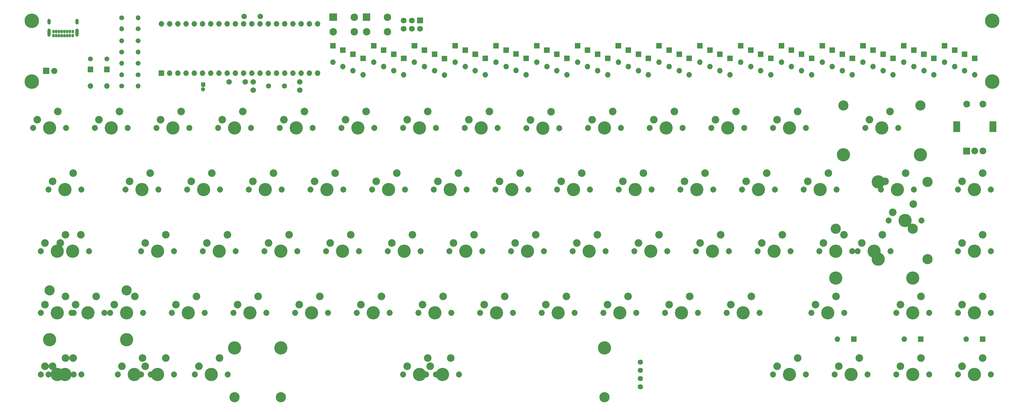
<source format=gbr>
G04 #@! TF.GenerationSoftware,KiCad,Pcbnew,(5.1.7)-1*
G04 #@! TF.CreationDate,2020-12-11T20:16:01-05:00*
G04 #@! TF.ProjectId,Ganjing keyboard,47616e6a-696e-4672-906b-6579626f6172,rev?*
G04 #@! TF.SameCoordinates,Original*
G04 #@! TF.FileFunction,Soldermask,Bot*
G04 #@! TF.FilePolarity,Negative*
%FSLAX46Y46*%
G04 Gerber Fmt 4.6, Leading zero omitted, Abs format (unit mm)*
G04 Created by KiCad (PCBNEW (5.1.7)-1) date 2020-12-11 20:16:01*
%MOMM*%
%LPD*%
G01*
G04 APERTURE LIST*
%ADD10O,0.752000X1.102000*%
%ADD11O,1.002000X2.502000*%
%ADD12O,1.002000X1.802000*%
%ADD13C,1.802000*%
%ADD14C,1.626000*%
%ADD15C,1.602000*%
%ADD16O,1.702000X1.702000*%
%ADD17C,2.302000*%
%ADD18C,2.352000*%
%ADD19C,4.089800*%
%ADD20C,1.852000*%
%ADD21C,3.150000*%
%ADD22C,4.502000*%
%ADD23C,2.102000*%
%ADD24O,1.502000X1.502000*%
%ADD25C,1.502000*%
%ADD26C,1.902000*%
%ADD27C,1.302000*%
%ADD28C,1.702000*%
%ADD29C,0.100000*%
G04 APERTURE END LIST*
D10*
X74525000Y-104850000D03*
X76225000Y-104850000D03*
X75375000Y-104850000D03*
X73675000Y-104850000D03*
X72825000Y-104850000D03*
X71975000Y-104850000D03*
X71125000Y-104850000D03*
X70275000Y-104850000D03*
X76225000Y-103525000D03*
X75370000Y-103525000D03*
X74520000Y-103525000D03*
X73670000Y-103525000D03*
X72820000Y-103525000D03*
X71970000Y-103525000D03*
X71120000Y-103525000D03*
X70270000Y-103525000D03*
D11*
X77575000Y-103870000D03*
X68925000Y-103870000D03*
D12*
X77575000Y-100490000D03*
X68925000Y-100490000D03*
G36*
G01*
X184441000Y-99280000D02*
X184441000Y-100980000D01*
G75*
G02*
X184390000Y-101031000I-51000J0D01*
G01*
X182690000Y-101031000D01*
G75*
G02*
X182639000Y-100980000I0J51000D01*
G01*
X182639000Y-99280000D01*
G75*
G02*
X182690000Y-99229000I51000J0D01*
G01*
X184390000Y-99229000D01*
G75*
G02*
X184441000Y-99280000I0J-51000D01*
G01*
G37*
D13*
X183540000Y-102670000D03*
X181000000Y-100130000D03*
X181000000Y-102670000D03*
X178460000Y-100130000D03*
X178460000Y-102670000D03*
D14*
X251581250Y-213360000D03*
X251581250Y-210820000D03*
X251581250Y-208280000D03*
X251581250Y-205740000D03*
D15*
X141640000Y-120400000D03*
X136760000Y-120400000D03*
D16*
X156600000Y-113000000D03*
G36*
G01*
X155800000Y-107069000D02*
X157400000Y-107069000D01*
G75*
G02*
X157451000Y-107120000I0J-51000D01*
G01*
X157451000Y-108720000D01*
G75*
G02*
X157400000Y-108771000I-51000J0D01*
G01*
X155800000Y-108771000D01*
G75*
G02*
X155749000Y-108720000I0J51000D01*
G01*
X155749000Y-107120000D01*
G75*
G02*
X155800000Y-107069000I51000J0D01*
G01*
G37*
X169200000Y-113000000D03*
G36*
G01*
X168400000Y-107069000D02*
X170000000Y-107069000D01*
G75*
G02*
X170051000Y-107120000I0J-51000D01*
G01*
X170051000Y-108720000D01*
G75*
G02*
X170000000Y-108771000I-51000J0D01*
G01*
X168400000Y-108771000D01*
G75*
G02*
X168349000Y-108720000I0J51000D01*
G01*
X168349000Y-107120000D01*
G75*
G02*
X168400000Y-107069000I51000J0D01*
G01*
G37*
X181800000Y-113000000D03*
G36*
G01*
X181000000Y-107069000D02*
X182600000Y-107069000D01*
G75*
G02*
X182651000Y-107120000I0J-51000D01*
G01*
X182651000Y-108720000D01*
G75*
G02*
X182600000Y-108771000I-51000J0D01*
G01*
X181000000Y-108771000D01*
G75*
G02*
X180949000Y-108720000I0J51000D01*
G01*
X180949000Y-107120000D01*
G75*
G02*
X181000000Y-107069000I51000J0D01*
G01*
G37*
X194400000Y-113000000D03*
G36*
G01*
X193600000Y-107069000D02*
X195200000Y-107069000D01*
G75*
G02*
X195251000Y-107120000I0J-51000D01*
G01*
X195251000Y-108720000D01*
G75*
G02*
X195200000Y-108771000I-51000J0D01*
G01*
X193600000Y-108771000D01*
G75*
G02*
X193549000Y-108720000I0J51000D01*
G01*
X193549000Y-107120000D01*
G75*
G02*
X193600000Y-107069000I51000J0D01*
G01*
G37*
X207000000Y-113000000D03*
G36*
G01*
X206200000Y-107069000D02*
X207800000Y-107069000D01*
G75*
G02*
X207851000Y-107120000I0J-51000D01*
G01*
X207851000Y-108720000D01*
G75*
G02*
X207800000Y-108771000I-51000J0D01*
G01*
X206200000Y-108771000D01*
G75*
G02*
X206149000Y-108720000I0J51000D01*
G01*
X206149000Y-107120000D01*
G75*
G02*
X206200000Y-107069000I51000J0D01*
G01*
G37*
X219600000Y-113000000D03*
G36*
G01*
X218800000Y-107069000D02*
X220400000Y-107069000D01*
G75*
G02*
X220451000Y-107120000I0J-51000D01*
G01*
X220451000Y-108720000D01*
G75*
G02*
X220400000Y-108771000I-51000J0D01*
G01*
X218800000Y-108771000D01*
G75*
G02*
X218749000Y-108720000I0J51000D01*
G01*
X218749000Y-107120000D01*
G75*
G02*
X218800000Y-107069000I51000J0D01*
G01*
G37*
X232200000Y-113000000D03*
G36*
G01*
X231400000Y-107069000D02*
X233000000Y-107069000D01*
G75*
G02*
X233051000Y-107120000I0J-51000D01*
G01*
X233051000Y-108720000D01*
G75*
G02*
X233000000Y-108771000I-51000J0D01*
G01*
X231400000Y-108771000D01*
G75*
G02*
X231349000Y-108720000I0J51000D01*
G01*
X231349000Y-107120000D01*
G75*
G02*
X231400000Y-107069000I51000J0D01*
G01*
G37*
X244800000Y-113000000D03*
G36*
G01*
X244000000Y-107069000D02*
X245600000Y-107069000D01*
G75*
G02*
X245651000Y-107120000I0J-51000D01*
G01*
X245651000Y-108720000D01*
G75*
G02*
X245600000Y-108771000I-51000J0D01*
G01*
X244000000Y-108771000D01*
G75*
G02*
X243949000Y-108720000I0J51000D01*
G01*
X243949000Y-107120000D01*
G75*
G02*
X244000000Y-107069000I51000J0D01*
G01*
G37*
X257400000Y-113000000D03*
G36*
G01*
X256600000Y-107069000D02*
X258200000Y-107069000D01*
G75*
G02*
X258251000Y-107120000I0J-51000D01*
G01*
X258251000Y-108720000D01*
G75*
G02*
X258200000Y-108771000I-51000J0D01*
G01*
X256600000Y-108771000D01*
G75*
G02*
X256549000Y-108720000I0J51000D01*
G01*
X256549000Y-107120000D01*
G75*
G02*
X256600000Y-107069000I51000J0D01*
G01*
G37*
X270000000Y-113000000D03*
G36*
G01*
X269200000Y-107069000D02*
X270800000Y-107069000D01*
G75*
G02*
X270851000Y-107120000I0J-51000D01*
G01*
X270851000Y-108720000D01*
G75*
G02*
X270800000Y-108771000I-51000J0D01*
G01*
X269200000Y-108771000D01*
G75*
G02*
X269149000Y-108720000I0J51000D01*
G01*
X269149000Y-107120000D01*
G75*
G02*
X269200000Y-107069000I51000J0D01*
G01*
G37*
X282600000Y-113000000D03*
G36*
G01*
X281800000Y-107069000D02*
X283400000Y-107069000D01*
G75*
G02*
X283451000Y-107120000I0J-51000D01*
G01*
X283451000Y-108720000D01*
G75*
G02*
X283400000Y-108771000I-51000J0D01*
G01*
X281800000Y-108771000D01*
G75*
G02*
X281749000Y-108720000I0J51000D01*
G01*
X281749000Y-107120000D01*
G75*
G02*
X281800000Y-107069000I51000J0D01*
G01*
G37*
X295200000Y-113050000D03*
G36*
G01*
X294400000Y-107119000D02*
X296000000Y-107119000D01*
G75*
G02*
X296051000Y-107170000I0J-51000D01*
G01*
X296051000Y-108770000D01*
G75*
G02*
X296000000Y-108821000I-51000J0D01*
G01*
X294400000Y-108821000D01*
G75*
G02*
X294349000Y-108770000I0J51000D01*
G01*
X294349000Y-107170000D01*
G75*
G02*
X294400000Y-107119000I51000J0D01*
G01*
G37*
X307800000Y-113050000D03*
G36*
G01*
X307000000Y-107119000D02*
X308600000Y-107119000D01*
G75*
G02*
X308651000Y-107170000I0J-51000D01*
G01*
X308651000Y-108770000D01*
G75*
G02*
X308600000Y-108821000I-51000J0D01*
G01*
X307000000Y-108821000D01*
G75*
G02*
X306949000Y-108770000I0J51000D01*
G01*
X306949000Y-107170000D01*
G75*
G02*
X307000000Y-107119000I51000J0D01*
G01*
G37*
X320400000Y-113050000D03*
G36*
G01*
X319600000Y-107119000D02*
X321200000Y-107119000D01*
G75*
G02*
X321251000Y-107170000I0J-51000D01*
G01*
X321251000Y-108770000D01*
G75*
G02*
X321200000Y-108821000I-51000J0D01*
G01*
X319600000Y-108821000D01*
G75*
G02*
X319549000Y-108770000I0J51000D01*
G01*
X319549000Y-107170000D01*
G75*
G02*
X319600000Y-107119000I51000J0D01*
G01*
G37*
X336100000Y-114350000D03*
G36*
G01*
X335300000Y-108419000D02*
X336900000Y-108419000D01*
G75*
G02*
X336951000Y-108470000I0J-51000D01*
G01*
X336951000Y-110070000D01*
G75*
G02*
X336900000Y-110121000I-51000J0D01*
G01*
X335300000Y-110121000D01*
G75*
G02*
X335249000Y-110070000I0J51000D01*
G01*
X335249000Y-108470000D01*
G75*
G02*
X335300000Y-108419000I51000J0D01*
G01*
G37*
X159700000Y-114350000D03*
G36*
G01*
X158900000Y-108419000D02*
X160500000Y-108419000D01*
G75*
G02*
X160551000Y-108470000I0J-51000D01*
G01*
X160551000Y-110070000D01*
G75*
G02*
X160500000Y-110121000I-51000J0D01*
G01*
X158900000Y-110121000D01*
G75*
G02*
X158849000Y-110070000I0J51000D01*
G01*
X158849000Y-108470000D01*
G75*
G02*
X158900000Y-108419000I51000J0D01*
G01*
G37*
X172300000Y-114350000D03*
G36*
G01*
X171500000Y-108419000D02*
X173100000Y-108419000D01*
G75*
G02*
X173151000Y-108470000I0J-51000D01*
G01*
X173151000Y-110070000D01*
G75*
G02*
X173100000Y-110121000I-51000J0D01*
G01*
X171500000Y-110121000D01*
G75*
G02*
X171449000Y-110070000I0J51000D01*
G01*
X171449000Y-108470000D01*
G75*
G02*
X171500000Y-108419000I51000J0D01*
G01*
G37*
X184900000Y-114350000D03*
G36*
G01*
X184100000Y-108419000D02*
X185700000Y-108419000D01*
G75*
G02*
X185751000Y-108470000I0J-51000D01*
G01*
X185751000Y-110070000D01*
G75*
G02*
X185700000Y-110121000I-51000J0D01*
G01*
X184100000Y-110121000D01*
G75*
G02*
X184049000Y-110070000I0J51000D01*
G01*
X184049000Y-108470000D01*
G75*
G02*
X184100000Y-108419000I51000J0D01*
G01*
G37*
X197500000Y-114350000D03*
G36*
G01*
X196700000Y-108419000D02*
X198300000Y-108419000D01*
G75*
G02*
X198351000Y-108470000I0J-51000D01*
G01*
X198351000Y-110070000D01*
G75*
G02*
X198300000Y-110121000I-51000J0D01*
G01*
X196700000Y-110121000D01*
G75*
G02*
X196649000Y-110070000I0J51000D01*
G01*
X196649000Y-108470000D01*
G75*
G02*
X196700000Y-108419000I51000J0D01*
G01*
G37*
X210100000Y-114350000D03*
G36*
G01*
X209300000Y-108419000D02*
X210900000Y-108419000D01*
G75*
G02*
X210951000Y-108470000I0J-51000D01*
G01*
X210951000Y-110070000D01*
G75*
G02*
X210900000Y-110121000I-51000J0D01*
G01*
X209300000Y-110121000D01*
G75*
G02*
X209249000Y-110070000I0J51000D01*
G01*
X209249000Y-108470000D01*
G75*
G02*
X209300000Y-108419000I51000J0D01*
G01*
G37*
X222700000Y-114380000D03*
G36*
G01*
X221900000Y-108449000D02*
X223500000Y-108449000D01*
G75*
G02*
X223551000Y-108500000I0J-51000D01*
G01*
X223551000Y-110100000D01*
G75*
G02*
X223500000Y-110151000I-51000J0D01*
G01*
X221900000Y-110151000D01*
G75*
G02*
X221849000Y-110100000I0J51000D01*
G01*
X221849000Y-108500000D01*
G75*
G02*
X221900000Y-108449000I51000J0D01*
G01*
G37*
X235300000Y-114350000D03*
G36*
G01*
X234500000Y-108419000D02*
X236100000Y-108419000D01*
G75*
G02*
X236151000Y-108470000I0J-51000D01*
G01*
X236151000Y-110070000D01*
G75*
G02*
X236100000Y-110121000I-51000J0D01*
G01*
X234500000Y-110121000D01*
G75*
G02*
X234449000Y-110070000I0J51000D01*
G01*
X234449000Y-108470000D01*
G75*
G02*
X234500000Y-108419000I51000J0D01*
G01*
G37*
X247900000Y-114350000D03*
G36*
G01*
X247100000Y-108419000D02*
X248700000Y-108419000D01*
G75*
G02*
X248751000Y-108470000I0J-51000D01*
G01*
X248751000Y-110070000D01*
G75*
G02*
X248700000Y-110121000I-51000J0D01*
G01*
X247100000Y-110121000D01*
G75*
G02*
X247049000Y-110070000I0J51000D01*
G01*
X247049000Y-108470000D01*
G75*
G02*
X247100000Y-108419000I51000J0D01*
G01*
G37*
X260500000Y-114350000D03*
G36*
G01*
X259700000Y-108419000D02*
X261300000Y-108419000D01*
G75*
G02*
X261351000Y-108470000I0J-51000D01*
G01*
X261351000Y-110070000D01*
G75*
G02*
X261300000Y-110121000I-51000J0D01*
G01*
X259700000Y-110121000D01*
G75*
G02*
X259649000Y-110070000I0J51000D01*
G01*
X259649000Y-108470000D01*
G75*
G02*
X259700000Y-108419000I51000J0D01*
G01*
G37*
X273100000Y-114350000D03*
G36*
G01*
X272300000Y-108419000D02*
X273900000Y-108419000D01*
G75*
G02*
X273951000Y-108470000I0J-51000D01*
G01*
X273951000Y-110070000D01*
G75*
G02*
X273900000Y-110121000I-51000J0D01*
G01*
X272300000Y-110121000D01*
G75*
G02*
X272249000Y-110070000I0J51000D01*
G01*
X272249000Y-108470000D01*
G75*
G02*
X272300000Y-108419000I51000J0D01*
G01*
G37*
X285700000Y-114350000D03*
G36*
G01*
X284900000Y-108419000D02*
X286500000Y-108419000D01*
G75*
G02*
X286551000Y-108470000I0J-51000D01*
G01*
X286551000Y-110070000D01*
G75*
G02*
X286500000Y-110121000I-51000J0D01*
G01*
X284900000Y-110121000D01*
G75*
G02*
X284849000Y-110070000I0J51000D01*
G01*
X284849000Y-108470000D01*
G75*
G02*
X284900000Y-108419000I51000J0D01*
G01*
G37*
X298300000Y-114350000D03*
G36*
G01*
X297500000Y-108419000D02*
X299100000Y-108419000D01*
G75*
G02*
X299151000Y-108470000I0J-51000D01*
G01*
X299151000Y-110070000D01*
G75*
G02*
X299100000Y-110121000I-51000J0D01*
G01*
X297500000Y-110121000D01*
G75*
G02*
X297449000Y-110070000I0J51000D01*
G01*
X297449000Y-108470000D01*
G75*
G02*
X297500000Y-108419000I51000J0D01*
G01*
G37*
X310900000Y-114350000D03*
G36*
G01*
X310100000Y-108419000D02*
X311700000Y-108419000D01*
G75*
G02*
X311751000Y-108470000I0J-51000D01*
G01*
X311751000Y-110070000D01*
G75*
G02*
X311700000Y-110121000I-51000J0D01*
G01*
X310100000Y-110121000D01*
G75*
G02*
X310049000Y-110070000I0J51000D01*
G01*
X310049000Y-108470000D01*
G75*
G02*
X310100000Y-108419000I51000J0D01*
G01*
G37*
X323500000Y-114350000D03*
G36*
G01*
X322700000Y-108419000D02*
X324300000Y-108419000D01*
G75*
G02*
X324351000Y-108470000I0J-51000D01*
G01*
X324351000Y-110070000D01*
G75*
G02*
X324300000Y-110121000I-51000J0D01*
G01*
X322700000Y-110121000D01*
G75*
G02*
X322649000Y-110070000I0J51000D01*
G01*
X322649000Y-108470000D01*
G75*
G02*
X322700000Y-108419000I51000J0D01*
G01*
G37*
X339200000Y-115650000D03*
G36*
G01*
X338400000Y-109719000D02*
X340000000Y-109719000D01*
G75*
G02*
X340051000Y-109770000I0J-51000D01*
G01*
X340051000Y-111370000D01*
G75*
G02*
X340000000Y-111421000I-51000J0D01*
G01*
X338400000Y-111421000D01*
G75*
G02*
X338349000Y-111370000I0J51000D01*
G01*
X338349000Y-109770000D01*
G75*
G02*
X338400000Y-109719000I51000J0D01*
G01*
G37*
X162800000Y-115650000D03*
G36*
G01*
X162000000Y-109719000D02*
X163600000Y-109719000D01*
G75*
G02*
X163651000Y-109770000I0J-51000D01*
G01*
X163651000Y-111370000D01*
G75*
G02*
X163600000Y-111421000I-51000J0D01*
G01*
X162000000Y-111421000D01*
G75*
G02*
X161949000Y-111370000I0J51000D01*
G01*
X161949000Y-109770000D01*
G75*
G02*
X162000000Y-109719000I51000J0D01*
G01*
G37*
X175400000Y-115650000D03*
G36*
G01*
X174600000Y-109719000D02*
X176200000Y-109719000D01*
G75*
G02*
X176251000Y-109770000I0J-51000D01*
G01*
X176251000Y-111370000D01*
G75*
G02*
X176200000Y-111421000I-51000J0D01*
G01*
X174600000Y-111421000D01*
G75*
G02*
X174549000Y-111370000I0J51000D01*
G01*
X174549000Y-109770000D01*
G75*
G02*
X174600000Y-109719000I51000J0D01*
G01*
G37*
X188000000Y-115650000D03*
G36*
G01*
X187200000Y-109719000D02*
X188800000Y-109719000D01*
G75*
G02*
X188851000Y-109770000I0J-51000D01*
G01*
X188851000Y-111370000D01*
G75*
G02*
X188800000Y-111421000I-51000J0D01*
G01*
X187200000Y-111421000D01*
G75*
G02*
X187149000Y-111370000I0J51000D01*
G01*
X187149000Y-109770000D01*
G75*
G02*
X187200000Y-109719000I51000J0D01*
G01*
G37*
X200600000Y-115650000D03*
G36*
G01*
X199800000Y-109719000D02*
X201400000Y-109719000D01*
G75*
G02*
X201451000Y-109770000I0J-51000D01*
G01*
X201451000Y-111370000D01*
G75*
G02*
X201400000Y-111421000I-51000J0D01*
G01*
X199800000Y-111421000D01*
G75*
G02*
X199749000Y-111370000I0J51000D01*
G01*
X199749000Y-109770000D01*
G75*
G02*
X199800000Y-109719000I51000J0D01*
G01*
G37*
X213200000Y-115550000D03*
G36*
G01*
X212400000Y-109619000D02*
X214000000Y-109619000D01*
G75*
G02*
X214051000Y-109670000I0J-51000D01*
G01*
X214051000Y-111270000D01*
G75*
G02*
X214000000Y-111321000I-51000J0D01*
G01*
X212400000Y-111321000D01*
G75*
G02*
X212349000Y-111270000I0J51000D01*
G01*
X212349000Y-109670000D01*
G75*
G02*
X212400000Y-109619000I51000J0D01*
G01*
G37*
X225800000Y-115650000D03*
G36*
G01*
X225000000Y-109719000D02*
X226600000Y-109719000D01*
G75*
G02*
X226651000Y-109770000I0J-51000D01*
G01*
X226651000Y-111370000D01*
G75*
G02*
X226600000Y-111421000I-51000J0D01*
G01*
X225000000Y-111421000D01*
G75*
G02*
X224949000Y-111370000I0J51000D01*
G01*
X224949000Y-109770000D01*
G75*
G02*
X225000000Y-109719000I51000J0D01*
G01*
G37*
X238400000Y-115650000D03*
G36*
G01*
X237600000Y-109719000D02*
X239200000Y-109719000D01*
G75*
G02*
X239251000Y-109770000I0J-51000D01*
G01*
X239251000Y-111370000D01*
G75*
G02*
X239200000Y-111421000I-51000J0D01*
G01*
X237600000Y-111421000D01*
G75*
G02*
X237549000Y-111370000I0J51000D01*
G01*
X237549000Y-109770000D01*
G75*
G02*
X237600000Y-109719000I51000J0D01*
G01*
G37*
X251000000Y-115650000D03*
G36*
G01*
X250200000Y-109719000D02*
X251800000Y-109719000D01*
G75*
G02*
X251851000Y-109770000I0J-51000D01*
G01*
X251851000Y-111370000D01*
G75*
G02*
X251800000Y-111421000I-51000J0D01*
G01*
X250200000Y-111421000D01*
G75*
G02*
X250149000Y-111370000I0J51000D01*
G01*
X250149000Y-109770000D01*
G75*
G02*
X250200000Y-109719000I51000J0D01*
G01*
G37*
X263600000Y-115650000D03*
G36*
G01*
X262800000Y-109719000D02*
X264400000Y-109719000D01*
G75*
G02*
X264451000Y-109770000I0J-51000D01*
G01*
X264451000Y-111370000D01*
G75*
G02*
X264400000Y-111421000I-51000J0D01*
G01*
X262800000Y-111421000D01*
G75*
G02*
X262749000Y-111370000I0J51000D01*
G01*
X262749000Y-109770000D01*
G75*
G02*
X262800000Y-109719000I51000J0D01*
G01*
G37*
X276200000Y-115650000D03*
G36*
G01*
X275400000Y-109719000D02*
X277000000Y-109719000D01*
G75*
G02*
X277051000Y-109770000I0J-51000D01*
G01*
X277051000Y-111370000D01*
G75*
G02*
X277000000Y-111421000I-51000J0D01*
G01*
X275400000Y-111421000D01*
G75*
G02*
X275349000Y-111370000I0J51000D01*
G01*
X275349000Y-109770000D01*
G75*
G02*
X275400000Y-109719000I51000J0D01*
G01*
G37*
X288800000Y-115650000D03*
G36*
G01*
X288000000Y-109719000D02*
X289600000Y-109719000D01*
G75*
G02*
X289651000Y-109770000I0J-51000D01*
G01*
X289651000Y-111370000D01*
G75*
G02*
X289600000Y-111421000I-51000J0D01*
G01*
X288000000Y-111421000D01*
G75*
G02*
X287949000Y-111370000I0J51000D01*
G01*
X287949000Y-109770000D01*
G75*
G02*
X288000000Y-109719000I51000J0D01*
G01*
G37*
X301400000Y-115650000D03*
G36*
G01*
X300600000Y-109719000D02*
X302200000Y-109719000D01*
G75*
G02*
X302251000Y-109770000I0J-51000D01*
G01*
X302251000Y-111370000D01*
G75*
G02*
X302200000Y-111421000I-51000J0D01*
G01*
X300600000Y-111421000D01*
G75*
G02*
X300549000Y-111370000I0J51000D01*
G01*
X300549000Y-109770000D01*
G75*
G02*
X300600000Y-109719000I51000J0D01*
G01*
G37*
X314000000Y-115650000D03*
G36*
G01*
X313200000Y-109719000D02*
X314800000Y-109719000D01*
G75*
G02*
X314851000Y-109770000I0J-51000D01*
G01*
X314851000Y-111370000D01*
G75*
G02*
X314800000Y-111421000I-51000J0D01*
G01*
X313200000Y-111421000D01*
G75*
G02*
X313149000Y-111370000I0J51000D01*
G01*
X313149000Y-109770000D01*
G75*
G02*
X313200000Y-109719000I51000J0D01*
G01*
G37*
X326600000Y-115650000D03*
G36*
G01*
X325800000Y-109719000D02*
X327400000Y-109719000D01*
G75*
G02*
X327451000Y-109770000I0J-51000D01*
G01*
X327451000Y-111370000D01*
G75*
G02*
X327400000Y-111421000I-51000J0D01*
G01*
X325800000Y-111421000D01*
G75*
G02*
X325749000Y-111370000I0J51000D01*
G01*
X325749000Y-109770000D01*
G75*
G02*
X325800000Y-109719000I51000J0D01*
G01*
G37*
X165900000Y-116950000D03*
G36*
G01*
X165100000Y-111019000D02*
X166700000Y-111019000D01*
G75*
G02*
X166751000Y-111070000I0J-51000D01*
G01*
X166751000Y-112670000D01*
G75*
G02*
X166700000Y-112721000I-51000J0D01*
G01*
X165100000Y-112721000D01*
G75*
G02*
X165049000Y-112670000I0J51000D01*
G01*
X165049000Y-111070000D01*
G75*
G02*
X165100000Y-111019000I51000J0D01*
G01*
G37*
X191100000Y-116980000D03*
G36*
G01*
X190300000Y-111049000D02*
X191900000Y-111049000D01*
G75*
G02*
X191951000Y-111100000I0J-51000D01*
G01*
X191951000Y-112700000D01*
G75*
G02*
X191900000Y-112751000I-51000J0D01*
G01*
X190300000Y-112751000D01*
G75*
G02*
X190249000Y-112700000I0J51000D01*
G01*
X190249000Y-111100000D01*
G75*
G02*
X190300000Y-111049000I51000J0D01*
G01*
G37*
X203700000Y-116950000D03*
G36*
G01*
X202900000Y-111019000D02*
X204500000Y-111019000D01*
G75*
G02*
X204551000Y-111070000I0J-51000D01*
G01*
X204551000Y-112670000D01*
G75*
G02*
X204500000Y-112721000I-51000J0D01*
G01*
X202900000Y-112721000D01*
G75*
G02*
X202849000Y-112670000I0J51000D01*
G01*
X202849000Y-111070000D01*
G75*
G02*
X202900000Y-111019000I51000J0D01*
G01*
G37*
X216300000Y-116950000D03*
G36*
G01*
X215500000Y-111019000D02*
X217100000Y-111019000D01*
G75*
G02*
X217151000Y-111070000I0J-51000D01*
G01*
X217151000Y-112670000D01*
G75*
G02*
X217100000Y-112721000I-51000J0D01*
G01*
X215500000Y-112721000D01*
G75*
G02*
X215449000Y-112670000I0J51000D01*
G01*
X215449000Y-111070000D01*
G75*
G02*
X215500000Y-111019000I51000J0D01*
G01*
G37*
X228900000Y-116950000D03*
G36*
G01*
X228100000Y-111019000D02*
X229700000Y-111019000D01*
G75*
G02*
X229751000Y-111070000I0J-51000D01*
G01*
X229751000Y-112670000D01*
G75*
G02*
X229700000Y-112721000I-51000J0D01*
G01*
X228100000Y-112721000D01*
G75*
G02*
X228049000Y-112670000I0J51000D01*
G01*
X228049000Y-111070000D01*
G75*
G02*
X228100000Y-111019000I51000J0D01*
G01*
G37*
X241500000Y-116950000D03*
G36*
G01*
X240700000Y-111019000D02*
X242300000Y-111019000D01*
G75*
G02*
X242351000Y-111070000I0J-51000D01*
G01*
X242351000Y-112670000D01*
G75*
G02*
X242300000Y-112721000I-51000J0D01*
G01*
X240700000Y-112721000D01*
G75*
G02*
X240649000Y-112670000I0J51000D01*
G01*
X240649000Y-111070000D01*
G75*
G02*
X240700000Y-111019000I51000J0D01*
G01*
G37*
X254100000Y-116950000D03*
G36*
G01*
X253300000Y-111019000D02*
X254900000Y-111019000D01*
G75*
G02*
X254951000Y-111070000I0J-51000D01*
G01*
X254951000Y-112670000D01*
G75*
G02*
X254900000Y-112721000I-51000J0D01*
G01*
X253300000Y-112721000D01*
G75*
G02*
X253249000Y-112670000I0J51000D01*
G01*
X253249000Y-111070000D01*
G75*
G02*
X253300000Y-111019000I51000J0D01*
G01*
G37*
X266700000Y-116950000D03*
G36*
G01*
X265900000Y-111019000D02*
X267500000Y-111019000D01*
G75*
G02*
X267551000Y-111070000I0J-51000D01*
G01*
X267551000Y-112670000D01*
G75*
G02*
X267500000Y-112721000I-51000J0D01*
G01*
X265900000Y-112721000D01*
G75*
G02*
X265849000Y-112670000I0J51000D01*
G01*
X265849000Y-111070000D01*
G75*
G02*
X265900000Y-111019000I51000J0D01*
G01*
G37*
X279300000Y-116950000D03*
G36*
G01*
X278500000Y-111019000D02*
X280100000Y-111019000D01*
G75*
G02*
X280151000Y-111070000I0J-51000D01*
G01*
X280151000Y-112670000D01*
G75*
G02*
X280100000Y-112721000I-51000J0D01*
G01*
X278500000Y-112721000D01*
G75*
G02*
X278449000Y-112670000I0J51000D01*
G01*
X278449000Y-111070000D01*
G75*
G02*
X278500000Y-111019000I51000J0D01*
G01*
G37*
X291900000Y-116950000D03*
G36*
G01*
X291100000Y-111019000D02*
X292700000Y-111019000D01*
G75*
G02*
X292751000Y-111070000I0J-51000D01*
G01*
X292751000Y-112670000D01*
G75*
G02*
X292700000Y-112721000I-51000J0D01*
G01*
X291100000Y-112721000D01*
G75*
G02*
X291049000Y-112670000I0J51000D01*
G01*
X291049000Y-111070000D01*
G75*
G02*
X291100000Y-111019000I51000J0D01*
G01*
G37*
X304500000Y-116950000D03*
G36*
G01*
X303700000Y-111019000D02*
X305300000Y-111019000D01*
G75*
G02*
X305351000Y-111070000I0J-51000D01*
G01*
X305351000Y-112670000D01*
G75*
G02*
X305300000Y-112721000I-51000J0D01*
G01*
X303700000Y-112721000D01*
G75*
G02*
X303649000Y-112670000I0J51000D01*
G01*
X303649000Y-111070000D01*
G75*
G02*
X303700000Y-111019000I51000J0D01*
G01*
G37*
X317100000Y-116950000D03*
G36*
G01*
X316300000Y-111019000D02*
X317900000Y-111019000D01*
G75*
G02*
X317951000Y-111070000I0J-51000D01*
G01*
X317951000Y-112670000D01*
G75*
G02*
X317900000Y-112721000I-51000J0D01*
G01*
X316300000Y-112721000D01*
G75*
G02*
X316249000Y-112670000I0J51000D01*
G01*
X316249000Y-111070000D01*
G75*
G02*
X316300000Y-111019000I51000J0D01*
G01*
G37*
X329700000Y-116950000D03*
G36*
G01*
X328900000Y-111019000D02*
X330500000Y-111019000D01*
G75*
G02*
X330551000Y-111070000I0J-51000D01*
G01*
X330551000Y-112670000D01*
G75*
G02*
X330500000Y-112721000I-51000J0D01*
G01*
X328900000Y-112721000D01*
G75*
G02*
X328849000Y-112670000I0J51000D01*
G01*
X328849000Y-111070000D01*
G75*
G02*
X328900000Y-111019000I51000J0D01*
G01*
G37*
X342300000Y-116950000D03*
G36*
G01*
X341500000Y-111019000D02*
X343100000Y-111019000D01*
G75*
G02*
X343151000Y-111070000I0J-51000D01*
G01*
X343151000Y-112670000D01*
G75*
G02*
X343100000Y-112721000I-51000J0D01*
G01*
X341500000Y-112721000D01*
G75*
G02*
X341449000Y-112670000I0J51000D01*
G01*
X341449000Y-111070000D01*
G75*
G02*
X341500000Y-111019000I51000J0D01*
G01*
G37*
X333000000Y-113050000D03*
G36*
G01*
X332200000Y-107119000D02*
X333800000Y-107119000D01*
G75*
G02*
X333851000Y-107170000I0J-51000D01*
G01*
X333851000Y-108770000D01*
G75*
G02*
X333800000Y-108821000I-51000J0D01*
G01*
X332200000Y-108821000D01*
G75*
G02*
X332149000Y-108770000I0J51000D01*
G01*
X332149000Y-107170000D01*
G75*
G02*
X332200000Y-107119000I51000J0D01*
G01*
G37*
X345600000Y-113050000D03*
G36*
G01*
X344800000Y-107119000D02*
X346400000Y-107119000D01*
G75*
G02*
X346451000Y-107170000I0J-51000D01*
G01*
X346451000Y-108770000D01*
G75*
G02*
X346400000Y-108821000I-51000J0D01*
G01*
X344800000Y-108821000D01*
G75*
G02*
X344749000Y-108770000I0J51000D01*
G01*
X344749000Y-107170000D01*
G75*
G02*
X344800000Y-107119000I51000J0D01*
G01*
G37*
X348700000Y-114350000D03*
G36*
G01*
X347900000Y-108419000D02*
X349500000Y-108419000D01*
G75*
G02*
X349551000Y-108470000I0J-51000D01*
G01*
X349551000Y-110070000D01*
G75*
G02*
X349500000Y-110121000I-51000J0D01*
G01*
X347900000Y-110121000D01*
G75*
G02*
X347849000Y-110070000I0J51000D01*
G01*
X347849000Y-108470000D01*
G75*
G02*
X347900000Y-108419000I51000J0D01*
G01*
G37*
X351800000Y-115650000D03*
G36*
G01*
X351000000Y-109719000D02*
X352600000Y-109719000D01*
G75*
G02*
X352651000Y-109770000I0J-51000D01*
G01*
X352651000Y-111370000D01*
G75*
G02*
X352600000Y-111421000I-51000J0D01*
G01*
X351000000Y-111421000D01*
G75*
G02*
X350949000Y-111370000I0J51000D01*
G01*
X350949000Y-109770000D01*
G75*
G02*
X351000000Y-109719000I51000J0D01*
G01*
G37*
X354900000Y-116950000D03*
G36*
G01*
X354100000Y-111019000D02*
X355700000Y-111019000D01*
G75*
G02*
X355751000Y-111070000I0J-51000D01*
G01*
X355751000Y-112670000D01*
G75*
G02*
X355700000Y-112721000I-51000J0D01*
G01*
X354100000Y-112721000D01*
G75*
G02*
X354049000Y-112670000I0J51000D01*
G01*
X354049000Y-111070000D01*
G75*
G02*
X354100000Y-111019000I51000J0D01*
G01*
G37*
X312450000Y-198600000D03*
G36*
G01*
X318381000Y-197800000D02*
X318381000Y-199400000D01*
G75*
G02*
X318330000Y-199451000I-51000J0D01*
G01*
X316730000Y-199451000D01*
G75*
G02*
X316679000Y-199400000I0J51000D01*
G01*
X316679000Y-197800000D01*
G75*
G02*
X316730000Y-197749000I51000J0D01*
G01*
X318330000Y-197749000D01*
G75*
G02*
X318381000Y-197800000I0J-51000D01*
G01*
G37*
X333150000Y-198600000D03*
G36*
G01*
X339081000Y-197800000D02*
X339081000Y-199400000D01*
G75*
G02*
X339030000Y-199451000I-51000J0D01*
G01*
X337430000Y-199451000D01*
G75*
G02*
X337379000Y-199400000I0J51000D01*
G01*
X337379000Y-197800000D01*
G75*
G02*
X337430000Y-197749000I51000J0D01*
G01*
X339030000Y-197749000D01*
G75*
G02*
X339081000Y-197800000I0J-51000D01*
G01*
G37*
X352250000Y-198600000D03*
G36*
G01*
X358181000Y-197800000D02*
X358181000Y-199400000D01*
G75*
G02*
X358130000Y-199451000I-51000J0D01*
G01*
X356530000Y-199451000D01*
G75*
G02*
X356479000Y-199400000I0J51000D01*
G01*
X356479000Y-197800000D01*
G75*
G02*
X356530000Y-197749000I51000J0D01*
G01*
X358130000Y-197749000D01*
G75*
G02*
X358181000Y-197800000I0J-51000D01*
G01*
G37*
X178500000Y-116950000D03*
G36*
G01*
X177700000Y-111019000D02*
X179300000Y-111019000D01*
G75*
G02*
X179351000Y-111070000I0J-51000D01*
G01*
X179351000Y-112670000D01*
G75*
G02*
X179300000Y-112721000I-51000J0D01*
G01*
X177700000Y-112721000D01*
G75*
G02*
X177649000Y-112670000I0J51000D01*
G01*
X177649000Y-111070000D01*
G75*
G02*
X177700000Y-111019000I51000J0D01*
G01*
G37*
X86800000Y-120350000D03*
G36*
G01*
X86000000Y-114419000D02*
X87600000Y-114419000D01*
G75*
G02*
X87651000Y-114470000I0J-51000D01*
G01*
X87651000Y-116070000D01*
G75*
G02*
X87600000Y-116121000I-51000J0D01*
G01*
X86000000Y-116121000D01*
G75*
G02*
X85949000Y-116070000I0J51000D01*
G01*
X85949000Y-114470000D01*
G75*
G02*
X86000000Y-114419000I51000J0D01*
G01*
G37*
X81700000Y-120350000D03*
G36*
G01*
X80900000Y-114419000D02*
X82500000Y-114419000D01*
G75*
G02*
X82551000Y-114470000I0J-51000D01*
G01*
X82551000Y-116070000D01*
G75*
G02*
X82500000Y-116121000I-51000J0D01*
G01*
X80900000Y-116121000D01*
G75*
G02*
X80849000Y-116070000I0J51000D01*
G01*
X80849000Y-114470000D01*
G75*
G02*
X80900000Y-114419000I51000J0D01*
G01*
G37*
D17*
X156700000Y-103600000D03*
X163200000Y-103600000D03*
X163200000Y-99100000D03*
G36*
G01*
X155549000Y-100200000D02*
X155549000Y-98000000D01*
G75*
G02*
X155600000Y-97949000I51000J0D01*
G01*
X157800000Y-97949000D01*
G75*
G02*
X157851000Y-98000000I0J-51000D01*
G01*
X157851000Y-100200000D01*
G75*
G02*
X157800000Y-100251000I-51000J0D01*
G01*
X155600000Y-100251000D01*
G75*
G02*
X155549000Y-100200000I0J51000D01*
G01*
G37*
X167000000Y-103600000D03*
X173500000Y-103600000D03*
X173500000Y-99100000D03*
G36*
G01*
X165849000Y-100200000D02*
X165849000Y-98000000D01*
G75*
G02*
X165900000Y-97949000I51000J0D01*
G01*
X168100000Y-97949000D01*
G75*
G02*
X168151000Y-98000000I0J-51000D01*
G01*
X168151000Y-100200000D01*
G75*
G02*
X168100000Y-100251000I-51000J0D01*
G01*
X165900000Y-100251000D01*
G75*
G02*
X165849000Y-100200000I0J51000D01*
G01*
G37*
D18*
X326390000Y-166370000D03*
D19*
X323850000Y-171450000D03*
D18*
X320040000Y-168910000D03*
D20*
X318770000Y-171450000D03*
X328930000Y-171450000D03*
D21*
X311943750Y-164465000D03*
X335756250Y-164465000D03*
D19*
X311943750Y-179705000D03*
X335756250Y-179705000D03*
D18*
X83502500Y-185420000D03*
D19*
X80962500Y-190500000D03*
D18*
X77152500Y-187960000D03*
D20*
X75882500Y-190500000D03*
X86042500Y-190500000D03*
D21*
X69056250Y-183515000D03*
X92868750Y-183515000D03*
D19*
X69056250Y-198755000D03*
X92868750Y-198755000D03*
D18*
X73977500Y-185420000D03*
D19*
X71437500Y-190500000D03*
D18*
X67627500Y-187960000D03*
D20*
X66357500Y-190500000D03*
X76517500Y-190500000D03*
D18*
X121602500Y-204470000D03*
D19*
X119062500Y-209550000D03*
D18*
X115252500Y-207010000D03*
D20*
X113982500Y-209550000D03*
X124142500Y-209550000D03*
D18*
X97790000Y-204470000D03*
D19*
X95250000Y-209550000D03*
D18*
X91440000Y-207010000D03*
D20*
X90170000Y-209550000D03*
X100330000Y-209550000D03*
D18*
X73977500Y-204470000D03*
D19*
X71437500Y-209550000D03*
D18*
X67627500Y-207010000D03*
D20*
X66357500Y-209550000D03*
X76517500Y-209550000D03*
D18*
X333533750Y-147320000D03*
D19*
X330993750Y-152400000D03*
D18*
X327183750Y-149860000D03*
D20*
X325913750Y-152400000D03*
X336073750Y-152400000D03*
D18*
X104933750Y-204470000D03*
D19*
X102393750Y-209550000D03*
D18*
X98583750Y-207010000D03*
D20*
X97313750Y-209550000D03*
X107473750Y-209550000D03*
D18*
X76358750Y-204470000D03*
D19*
X73818750Y-209550000D03*
D18*
X70008750Y-207010000D03*
D20*
X68738750Y-209550000D03*
X78898750Y-209550000D03*
D18*
X76358750Y-147320000D03*
D19*
X73818750Y-152400000D03*
D18*
X70008750Y-149860000D03*
D20*
X68738750Y-152400000D03*
X78898750Y-152400000D03*
D18*
X193040000Y-204470000D03*
D19*
X190500000Y-209550000D03*
D18*
X186690000Y-207010000D03*
D20*
X185420000Y-209550000D03*
X195580000Y-209550000D03*
D21*
X140500100Y-216535000D03*
X240499900Y-216535000D03*
D19*
X140500100Y-201295000D03*
X240499900Y-201295000D03*
D20*
X314642500Y-190500000D03*
X304482500Y-190500000D03*
D18*
X305752500Y-187960000D03*
D19*
X309562500Y-190500000D03*
D18*
X312102500Y-185420000D03*
D20*
X81280000Y-171450000D03*
X71120000Y-171450000D03*
D18*
X72390000Y-168910000D03*
D19*
X76200000Y-171450000D03*
D18*
X78740000Y-166370000D03*
X328771250Y-128270000D03*
D19*
X326231250Y-133350000D03*
D18*
X322421250Y-130810000D03*
D20*
X321151250Y-133350000D03*
X331311250Y-133350000D03*
D21*
X314325000Y-126365000D03*
X338137500Y-126365000D03*
D19*
X314325000Y-141605000D03*
X338137500Y-141605000D03*
D18*
X214471250Y-147320000D03*
D19*
X211931250Y-152400000D03*
D18*
X208121250Y-149860000D03*
D20*
X206851250Y-152400000D03*
X217011250Y-152400000D03*
D18*
X335915000Y-156845000D03*
D19*
X333375000Y-161925000D03*
D18*
X329565000Y-159385000D03*
D20*
X328295000Y-161925000D03*
X338455000Y-161925000D03*
D21*
X340360000Y-173863000D03*
X340360000Y-149987000D03*
D19*
X325120000Y-173863000D03*
X325120000Y-149987000D03*
D18*
X185896250Y-204470000D03*
D19*
X183356250Y-209550000D03*
D18*
X179546250Y-207010000D03*
D20*
X178276250Y-209550000D03*
X188436250Y-209550000D03*
D21*
X126206250Y-216535000D03*
X240506250Y-216535000D03*
D19*
X126206250Y-201295000D03*
X240506250Y-201295000D03*
X71463000Y-171475400D03*
D20*
X66383000Y-171475400D03*
X76543000Y-171475400D03*
D18*
X67653000Y-168935400D03*
X74003000Y-166395400D03*
X143033750Y-166370000D03*
D19*
X140493750Y-171450000D03*
D18*
X136683750Y-168910000D03*
D20*
X135413750Y-171450000D03*
X145573750Y-171450000D03*
D18*
X314483750Y-166370000D03*
D19*
X311943750Y-171450000D03*
D18*
X308133750Y-168910000D03*
D20*
X306863750Y-171450000D03*
X317023750Y-171450000D03*
D18*
X95408750Y-185420000D03*
D19*
X92868750Y-190500000D03*
D18*
X89058750Y-187960000D03*
D20*
X87788750Y-190500000D03*
X97948750Y-190500000D03*
D18*
X357346250Y-204470000D03*
D19*
X354806250Y-209550000D03*
D18*
X350996250Y-207010000D03*
D20*
X349726250Y-209550000D03*
X359886250Y-209550000D03*
D18*
X338296250Y-204470000D03*
D19*
X335756250Y-209550000D03*
D18*
X331946250Y-207010000D03*
D20*
X330676250Y-209550000D03*
X340836250Y-209550000D03*
D18*
X319246250Y-204470000D03*
D19*
X316706250Y-209550000D03*
D18*
X312896250Y-207010000D03*
D20*
X311626250Y-209550000D03*
X321786250Y-209550000D03*
D18*
X300196250Y-204470000D03*
D19*
X297656250Y-209550000D03*
D18*
X293846250Y-207010000D03*
D20*
X292576250Y-209550000D03*
X302736250Y-209550000D03*
D18*
X357346250Y-185420000D03*
D19*
X354806250Y-190500000D03*
D18*
X350996250Y-187960000D03*
D20*
X349726250Y-190500000D03*
X359886250Y-190500000D03*
D18*
X338296250Y-185420000D03*
D19*
X335756250Y-190500000D03*
D18*
X331946250Y-187960000D03*
D20*
X330676250Y-190500000D03*
X340836250Y-190500000D03*
D18*
X285908750Y-185420000D03*
D19*
X283368750Y-190500000D03*
D18*
X279558750Y-187960000D03*
D20*
X278288750Y-190500000D03*
X288448750Y-190500000D03*
D18*
X266858750Y-185420000D03*
D19*
X264318750Y-190500000D03*
D18*
X260508750Y-187960000D03*
D20*
X259238750Y-190500000D03*
X269398750Y-190500000D03*
D18*
X247808750Y-185420000D03*
D19*
X245268750Y-190500000D03*
D18*
X241458750Y-187960000D03*
D20*
X240188750Y-190500000D03*
X250348750Y-190500000D03*
D18*
X228758750Y-185420000D03*
D19*
X226218750Y-190500000D03*
D18*
X222408750Y-187960000D03*
D20*
X221138750Y-190500000D03*
X231298750Y-190500000D03*
D18*
X209708750Y-185420000D03*
D19*
X207168750Y-190500000D03*
D18*
X203358750Y-187960000D03*
D20*
X202088750Y-190500000D03*
X212248750Y-190500000D03*
D18*
X190658750Y-185420000D03*
D19*
X188118750Y-190500000D03*
D18*
X184308750Y-187960000D03*
D20*
X183038750Y-190500000D03*
X193198750Y-190500000D03*
D18*
X171608750Y-185420000D03*
D19*
X169068750Y-190500000D03*
D18*
X165258750Y-187960000D03*
D20*
X163988750Y-190500000D03*
X174148750Y-190500000D03*
D18*
X152558750Y-185420000D03*
D19*
X150018750Y-190500000D03*
D18*
X146208750Y-187960000D03*
D20*
X144938750Y-190500000D03*
X155098750Y-190500000D03*
D18*
X133508750Y-185420000D03*
D19*
X130968750Y-190500000D03*
D18*
X127158750Y-187960000D03*
D20*
X125888750Y-190500000D03*
X136048750Y-190500000D03*
D18*
X114458750Y-185420000D03*
D19*
X111918750Y-190500000D03*
D18*
X108108750Y-187960000D03*
D20*
X106838750Y-190500000D03*
X116998750Y-190500000D03*
D18*
X357346250Y-166370000D03*
D19*
X354806250Y-171450000D03*
D18*
X350996250Y-168910000D03*
D20*
X349726250Y-171450000D03*
X359886250Y-171450000D03*
D18*
X295433750Y-166370000D03*
D19*
X292893750Y-171450000D03*
D18*
X289083750Y-168910000D03*
D20*
X287813750Y-171450000D03*
X297973750Y-171450000D03*
D18*
X276383750Y-166370000D03*
D19*
X273843750Y-171450000D03*
D18*
X270033750Y-168910000D03*
D20*
X268763750Y-171450000D03*
X278923750Y-171450000D03*
D18*
X257333750Y-166370000D03*
D19*
X254793750Y-171450000D03*
D18*
X250983750Y-168910000D03*
D20*
X249713750Y-171450000D03*
X259873750Y-171450000D03*
D18*
X238283750Y-166370000D03*
D19*
X235743750Y-171450000D03*
D18*
X231933750Y-168910000D03*
D20*
X230663750Y-171450000D03*
X240823750Y-171450000D03*
D18*
X219233750Y-166370000D03*
D19*
X216693750Y-171450000D03*
D18*
X212883750Y-168910000D03*
D20*
X211613750Y-171450000D03*
X221773750Y-171450000D03*
D18*
X200183750Y-166370000D03*
D19*
X197643750Y-171450000D03*
D18*
X193833750Y-168910000D03*
D20*
X192563750Y-171450000D03*
X202723750Y-171450000D03*
D18*
X181133750Y-166370000D03*
D19*
X178593750Y-171450000D03*
D18*
X174783750Y-168910000D03*
D20*
X173513750Y-171450000D03*
X183673750Y-171450000D03*
D18*
X162083750Y-166370000D03*
D19*
X159543750Y-171450000D03*
D18*
X155733750Y-168910000D03*
D20*
X154463750Y-171450000D03*
X164623750Y-171450000D03*
D18*
X123983750Y-166370000D03*
D19*
X121443750Y-171450000D03*
D18*
X117633750Y-168910000D03*
D20*
X116363750Y-171450000D03*
X126523750Y-171450000D03*
D18*
X104933750Y-166370000D03*
D19*
X102393750Y-171450000D03*
D18*
X98583750Y-168910000D03*
D20*
X97313750Y-171450000D03*
X107473750Y-171450000D03*
D18*
X357346250Y-147320000D03*
D19*
X354806250Y-152400000D03*
D18*
X350996250Y-149860000D03*
D20*
X349726250Y-152400000D03*
X359886250Y-152400000D03*
D18*
X309721250Y-147320000D03*
D19*
X307181250Y-152400000D03*
D18*
X303371250Y-149860000D03*
D20*
X302101250Y-152400000D03*
X312261250Y-152400000D03*
D18*
X290671250Y-147320000D03*
D19*
X288131250Y-152400000D03*
D18*
X284321250Y-149860000D03*
D20*
X283051250Y-152400000D03*
X293211250Y-152400000D03*
D18*
X271621250Y-147320000D03*
D19*
X269081250Y-152400000D03*
D18*
X265271250Y-149860000D03*
D20*
X264001250Y-152400000D03*
X274161250Y-152400000D03*
D18*
X252571250Y-147320000D03*
D19*
X250031250Y-152400000D03*
D18*
X246221250Y-149860000D03*
D20*
X244951250Y-152400000D03*
X255111250Y-152400000D03*
D18*
X233521250Y-147320000D03*
D19*
X230981250Y-152400000D03*
D18*
X227171250Y-149860000D03*
D20*
X225901250Y-152400000D03*
X236061250Y-152400000D03*
D18*
X195421250Y-147320000D03*
D19*
X192881250Y-152400000D03*
D18*
X189071250Y-149860000D03*
D20*
X187801250Y-152400000D03*
X197961250Y-152400000D03*
D18*
X176371250Y-147320000D03*
D19*
X173831250Y-152400000D03*
D18*
X170021250Y-149860000D03*
D20*
X168751250Y-152400000D03*
X178911250Y-152400000D03*
D18*
X157321250Y-147320000D03*
D19*
X154781250Y-152400000D03*
D18*
X150971250Y-149860000D03*
D20*
X149701250Y-152400000D03*
X159861250Y-152400000D03*
D18*
X138271250Y-147320000D03*
D19*
X135731250Y-152400000D03*
D18*
X131921250Y-149860000D03*
D20*
X130651250Y-152400000D03*
X140811250Y-152400000D03*
D18*
X119221250Y-147320000D03*
D19*
X116681250Y-152400000D03*
D18*
X112871250Y-149860000D03*
D20*
X111601250Y-152400000D03*
X121761250Y-152400000D03*
D18*
X100171250Y-147320000D03*
D19*
X97631250Y-152400000D03*
D18*
X93821250Y-149860000D03*
D20*
X92551250Y-152400000D03*
X102711250Y-152400000D03*
D18*
X300196250Y-128270000D03*
D19*
X297656250Y-133350000D03*
D18*
X293846250Y-130810000D03*
D20*
X292576250Y-133350000D03*
X302736250Y-133350000D03*
D18*
X281146250Y-128270000D03*
D19*
X278606250Y-133350000D03*
D18*
X274796250Y-130810000D03*
D20*
X273526250Y-133350000D03*
X283686250Y-133350000D03*
D18*
X262096250Y-128270000D03*
D19*
X259556250Y-133350000D03*
D18*
X255746250Y-130810000D03*
D20*
X254476250Y-133350000D03*
X264636250Y-133350000D03*
D18*
X243046250Y-128270000D03*
D19*
X240506250Y-133350000D03*
D18*
X236696250Y-130810000D03*
D20*
X235426250Y-133350000D03*
X245586250Y-133350000D03*
D18*
X223996250Y-128320000D03*
D19*
X221456250Y-133400000D03*
D18*
X217646250Y-130860000D03*
D20*
X216376250Y-133400000D03*
X226536250Y-133400000D03*
D18*
X204946250Y-128270000D03*
D19*
X202406250Y-133350000D03*
D18*
X198596250Y-130810000D03*
D20*
X197326250Y-133350000D03*
X207486250Y-133350000D03*
D18*
X185896250Y-128270000D03*
D19*
X183356250Y-133350000D03*
D18*
X179546250Y-130810000D03*
D20*
X178276250Y-133350000D03*
X188436250Y-133350000D03*
D18*
X166846250Y-128270000D03*
D19*
X164306250Y-133350000D03*
D18*
X160496250Y-130810000D03*
D20*
X159226250Y-133350000D03*
X169386250Y-133350000D03*
D18*
X147796250Y-128270000D03*
D19*
X145256250Y-133350000D03*
D18*
X141446250Y-130810000D03*
D20*
X140176250Y-133350000D03*
X150336250Y-133350000D03*
D18*
X128746250Y-128270000D03*
D19*
X126206250Y-133350000D03*
D18*
X122396250Y-130810000D03*
D20*
X121126250Y-133350000D03*
X131286250Y-133350000D03*
D18*
X109696250Y-128270000D03*
D19*
X107156250Y-133350000D03*
D18*
X103346250Y-130810000D03*
D20*
X102076250Y-133350000D03*
X112236250Y-133350000D03*
D18*
X90646250Y-128270000D03*
D19*
X88106250Y-133350000D03*
D18*
X84296250Y-130810000D03*
D20*
X83026250Y-133350000D03*
X93186250Y-133350000D03*
D18*
X71596250Y-128270000D03*
D19*
X69056250Y-133350000D03*
D18*
X65246250Y-130810000D03*
D20*
X63976250Y-133350000D03*
X74136250Y-133350000D03*
D22*
X63531250Y-119017531D03*
X63531250Y-100267531D03*
X360331250Y-100267531D03*
X360331250Y-119062500D03*
G36*
G01*
X353425000Y-141544750D02*
X351425000Y-141544750D01*
G75*
G02*
X351374000Y-141493750I0J51000D01*
G01*
X351374000Y-139493750D01*
G75*
G02*
X351425000Y-139442750I51000J0D01*
G01*
X353425000Y-139442750D01*
G75*
G02*
X353476000Y-139493750I0J-51000D01*
G01*
X353476000Y-141493750D01*
G75*
G02*
X353425000Y-141544750I-51000J0D01*
G01*
G37*
D23*
X354925000Y-140493750D03*
X357425000Y-140493750D03*
G36*
G01*
X350325000Y-134644750D02*
X348325000Y-134644750D01*
G75*
G02*
X348274000Y-134593750I0J51000D01*
G01*
X348274000Y-131393750D01*
G75*
G02*
X348325000Y-131342750I51000J0D01*
G01*
X350325000Y-131342750D01*
G75*
G02*
X350376000Y-131393750I0J-51000D01*
G01*
X350376000Y-134593750D01*
G75*
G02*
X350325000Y-134644750I-51000J0D01*
G01*
G37*
G36*
G01*
X361525000Y-134644750D02*
X359525000Y-134644750D01*
G75*
G02*
X359474000Y-134593750I0J51000D01*
G01*
X359474000Y-131393750D01*
G75*
G02*
X359525000Y-131342750I51000J0D01*
G01*
X361525000Y-131342750D01*
G75*
G02*
X361576000Y-131393750I0J-51000D01*
G01*
X361576000Y-134593750D01*
G75*
G02*
X361525000Y-134644750I-51000J0D01*
G01*
G37*
X352425000Y-125993750D03*
X357425000Y-125993750D03*
D16*
X103650000Y-101160000D03*
X151910000Y-116400000D03*
X106190000Y-101160000D03*
X149370000Y-116400000D03*
X108730000Y-101160000D03*
X146830000Y-116400000D03*
X111270000Y-101160000D03*
X144290000Y-116400000D03*
X113810000Y-101160000D03*
X141750000Y-116400000D03*
X116350000Y-101160000D03*
X139210000Y-116400000D03*
X118890000Y-101160000D03*
X136670000Y-116400000D03*
X121430000Y-101160000D03*
X134130000Y-116400000D03*
X123970000Y-101160000D03*
X131590000Y-116400000D03*
X126510000Y-101160000D03*
X129050000Y-116400000D03*
X129050000Y-101160000D03*
X126510000Y-116400000D03*
X131590000Y-101160000D03*
X123970000Y-116400000D03*
X134130000Y-101160000D03*
X121430000Y-116400000D03*
X136670000Y-101160000D03*
X118890000Y-116400000D03*
X139210000Y-101160000D03*
X116350000Y-116400000D03*
X141750000Y-101160000D03*
X113810000Y-116400000D03*
X144290000Y-101160000D03*
X111270000Y-116400000D03*
X146830000Y-101160000D03*
X108730000Y-116400000D03*
X149370000Y-101160000D03*
X106190000Y-116400000D03*
X151910000Y-101160000D03*
G36*
G01*
X104450000Y-117251000D02*
X102850000Y-117251000D01*
G75*
G02*
X102799000Y-117200000I0J51000D01*
G01*
X102799000Y-115600000D01*
G75*
G02*
X102850000Y-115549000I51000J0D01*
G01*
X104450000Y-115549000D01*
G75*
G02*
X104501000Y-115600000I0J-51000D01*
G01*
X104501000Y-117200000D01*
G75*
G02*
X104450000Y-117251000I-51000J0D01*
G01*
G37*
D24*
X91320000Y-116900000D03*
D25*
X96400000Y-116900000D03*
D24*
X91320000Y-113400000D03*
D25*
X96400000Y-113400000D03*
D24*
X91320000Y-102700000D03*
D25*
X96400000Y-102700000D03*
D24*
X91320000Y-106400000D03*
D25*
X96400000Y-106400000D03*
D24*
X96380000Y-99300000D03*
D25*
X91300000Y-99300000D03*
D24*
X96380000Y-109900000D03*
D25*
X91300000Y-109900000D03*
D24*
X96380000Y-120400000D03*
D25*
X91300000Y-120400000D03*
X86750000Y-112000000D03*
X81650000Y-112000000D03*
D26*
X70540000Y-115700000D03*
G36*
G01*
X67049000Y-116600000D02*
X67049000Y-114800000D01*
G75*
G02*
X67100000Y-114749000I51000J0D01*
G01*
X68900000Y-114749000D01*
G75*
G02*
X68951000Y-114800000I0J-51000D01*
G01*
X68951000Y-116600000D01*
G75*
G02*
X68900000Y-116651000I-51000J0D01*
G01*
X67100000Y-116651000D01*
G75*
G02*
X67049000Y-116600000I0J51000D01*
G01*
G37*
G36*
G01*
X115899999Y-119249000D02*
X117100001Y-119249000D01*
G75*
G02*
X117151000Y-119299999I0J-50999D01*
G01*
X117151000Y-120500001D01*
G75*
G02*
X117100001Y-120551000I-50999J0D01*
G01*
X115899999Y-120551000D01*
G75*
G02*
X115849000Y-120500001I0J50999D01*
G01*
X115849000Y-119299999D01*
G75*
G02*
X115899999Y-119249000I50999J0D01*
G01*
G37*
D27*
X116500000Y-121400000D03*
D28*
X134150000Y-98900000D03*
X129150000Y-98900000D03*
X129500000Y-119150000D03*
X124500000Y-119150000D03*
X132000000Y-119150000D03*
X132000000Y-121650000D03*
X146400000Y-119150000D03*
X146400000Y-121650000D03*
D29*
G36*
X69893681Y-208178337D02*
G01*
X69929163Y-208178337D01*
X69930895Y-208179337D01*
X69930577Y-208181751D01*
X69858325Y-208254003D01*
X69805399Y-208333212D01*
X69803605Y-208334097D01*
X69801942Y-208332986D01*
X69801972Y-208331158D01*
X69810536Y-208315136D01*
X69817536Y-208292061D01*
X69819899Y-208268070D01*
X69817536Y-208244079D01*
X69810536Y-208221004D01*
X69799171Y-208199740D01*
X69783875Y-208181103D01*
X69765239Y-208165808D01*
X69743975Y-208154443D01*
X69726596Y-208149171D01*
X69725229Y-208147711D01*
X69725810Y-208145797D01*
X69727567Y-208145295D01*
X69893681Y-208178337D01*
G37*
G36*
X71134517Y-207353012D02*
G01*
X71134892Y-207354620D01*
X71133703Y-207360595D01*
X71133655Y-207360785D01*
X71131904Y-207366561D01*
X71129541Y-207390553D01*
X71131904Y-207414544D01*
X71138905Y-207437619D01*
X71150271Y-207458882D01*
X71165566Y-207477519D01*
X71184204Y-207492812D01*
X71205468Y-207504178D01*
X71228543Y-207511178D01*
X71246613Y-207512957D01*
X71248239Y-207514122D01*
X71248043Y-207516112D01*
X71246417Y-207516947D01*
X71237264Y-207516947D01*
X71051420Y-207553914D01*
X71049526Y-207553271D01*
X71049182Y-207551187D01*
X71131082Y-207353465D01*
X71132669Y-207352247D01*
X71134517Y-207353012D01*
G37*
G36*
X68932412Y-206553313D02*
G01*
X68932562Y-206555134D01*
X68885312Y-206669207D01*
X68840413Y-206894931D01*
X68840413Y-207125069D01*
X68885312Y-207350793D01*
X68932563Y-207464867D01*
X68932302Y-207466850D01*
X68930454Y-207467615D01*
X68928951Y-207466575D01*
X68920387Y-207450552D01*
X68905092Y-207431915D01*
X68886455Y-207416619D01*
X68865191Y-207405254D01*
X68842116Y-207398254D01*
X68818125Y-207395891D01*
X68794134Y-207398254D01*
X68771059Y-207405254D01*
X68749796Y-207416619D01*
X68731159Y-207431914D01*
X68715863Y-207450551D01*
X68707300Y-207466574D01*
X68705602Y-207467630D01*
X68703838Y-207466687D01*
X68703688Y-207464866D01*
X68750938Y-207350793D01*
X68795837Y-207125069D01*
X68795837Y-206894931D01*
X68750938Y-206669207D01*
X68703687Y-206555133D01*
X68703948Y-206553150D01*
X68705796Y-206552385D01*
X68707299Y-206553425D01*
X68715863Y-206569448D01*
X68731158Y-206588085D01*
X68749795Y-206603381D01*
X68771059Y-206614746D01*
X68794134Y-206621746D01*
X68818125Y-206624109D01*
X68842116Y-206621746D01*
X68865191Y-206614746D01*
X68886454Y-206603381D01*
X68905091Y-206588086D01*
X68920387Y-206569449D01*
X68928950Y-206553426D01*
X68930648Y-206552370D01*
X68932412Y-206553313D01*
G37*
G36*
X75282412Y-204013313D02*
G01*
X75282562Y-204015134D01*
X75235312Y-204129207D01*
X75190413Y-204354931D01*
X75190413Y-204585069D01*
X75235312Y-204810793D01*
X75282563Y-204924867D01*
X75282302Y-204926850D01*
X75280454Y-204927615D01*
X75278951Y-204926575D01*
X75270387Y-204910552D01*
X75255092Y-204891915D01*
X75236455Y-204876619D01*
X75215191Y-204865254D01*
X75192116Y-204858254D01*
X75168125Y-204855891D01*
X75144134Y-204858254D01*
X75121059Y-204865254D01*
X75099796Y-204876619D01*
X75081159Y-204891914D01*
X75065863Y-204910551D01*
X75057300Y-204926574D01*
X75055602Y-204927630D01*
X75053838Y-204926687D01*
X75053688Y-204924866D01*
X75100938Y-204810793D01*
X75145837Y-204585069D01*
X75145837Y-204354931D01*
X75100938Y-204129207D01*
X75053687Y-204015133D01*
X75053948Y-204013150D01*
X75055796Y-204012385D01*
X75057299Y-204013425D01*
X75065863Y-204029448D01*
X75081158Y-204048085D01*
X75099795Y-204063381D01*
X75121059Y-204074746D01*
X75144134Y-204081746D01*
X75168125Y-204084109D01*
X75192116Y-204081746D01*
X75215191Y-204074746D01*
X75236454Y-204063381D01*
X75255091Y-204048086D01*
X75270387Y-204029449D01*
X75278950Y-204013426D01*
X75280648Y-204012370D01*
X75282412Y-204013313D01*
G37*
G36*
X86917473Y-190799428D02*
G01*
X86973864Y-190935566D01*
X87017324Y-191000609D01*
X87017455Y-191002605D01*
X87015792Y-191003716D01*
X87014115Y-191002989D01*
X87002592Y-190988948D01*
X86983955Y-190973652D01*
X86962692Y-190962287D01*
X86939617Y-190955287D01*
X86915626Y-190952924D01*
X86891635Y-190955287D01*
X86868560Y-190962287D01*
X86847296Y-190973652D01*
X86828659Y-190988947D01*
X86817135Y-191002989D01*
X86815263Y-191003693D01*
X86813717Y-191002424D01*
X86813926Y-191000609D01*
X86857386Y-190935566D01*
X86913777Y-190799428D01*
X86915364Y-190798210D01*
X86917473Y-190799428D01*
G37*
G36*
X86817135Y-189997011D02*
G01*
X86828658Y-190011052D01*
X86847295Y-190026348D01*
X86868558Y-190037713D01*
X86891633Y-190044713D01*
X86915624Y-190047076D01*
X86939615Y-190044713D01*
X86962690Y-190037713D01*
X86983954Y-190026348D01*
X87002591Y-190011053D01*
X87014115Y-189997011D01*
X87015987Y-189996307D01*
X87017533Y-189997576D01*
X87017324Y-189999391D01*
X86973864Y-190064434D01*
X86917473Y-190200572D01*
X86915886Y-190201790D01*
X86913777Y-190200572D01*
X86857386Y-190064434D01*
X86813926Y-189999391D01*
X86813795Y-189997395D01*
X86815458Y-189996284D01*
X86817135Y-189997011D01*
G37*
G36*
X317898723Y-171749428D02*
G01*
X317955114Y-171885566D01*
X317998574Y-171950609D01*
X317998705Y-171952605D01*
X317997042Y-171953716D01*
X317995365Y-171952989D01*
X317983842Y-171938948D01*
X317965205Y-171923652D01*
X317943942Y-171912287D01*
X317920867Y-171905287D01*
X317896876Y-171902924D01*
X317872885Y-171905287D01*
X317849810Y-171912287D01*
X317828546Y-171923652D01*
X317809909Y-171938947D01*
X317798385Y-171952989D01*
X317796513Y-171953693D01*
X317794967Y-171952424D01*
X317795176Y-171950609D01*
X317838636Y-171885566D01*
X317895027Y-171749428D01*
X317896614Y-171748210D01*
X317898723Y-171749428D01*
G37*
G36*
X317798385Y-170947011D02*
G01*
X317809908Y-170961052D01*
X317828545Y-170976348D01*
X317849808Y-170987713D01*
X317872883Y-170994713D01*
X317896874Y-170997076D01*
X317920865Y-170994713D01*
X317943940Y-170987713D01*
X317965204Y-170976348D01*
X317983841Y-170961053D01*
X317995365Y-170947011D01*
X317997237Y-170946307D01*
X317998783Y-170947576D01*
X317998574Y-170949391D01*
X317955114Y-171014434D01*
X317898723Y-171150572D01*
X317897136Y-171151790D01*
X317895027Y-171150572D01*
X317838636Y-171014434D01*
X317795176Y-170949391D01*
X317795045Y-170947395D01*
X317796708Y-170946284D01*
X317798385Y-170947011D01*
G37*
G36*
X334384907Y-163698942D02*
G01*
X334384574Y-163700184D01*
X334368997Y-163723497D01*
X334259387Y-163988119D01*
X334257800Y-163989337D01*
X334255952Y-163988572D01*
X334255625Y-163986773D01*
X334260903Y-163969374D01*
X334263266Y-163945383D01*
X334260903Y-163921392D01*
X334253903Y-163898317D01*
X334242537Y-163877053D01*
X334227242Y-163858417D01*
X334208605Y-163843122D01*
X334187341Y-163831757D01*
X334164266Y-163824757D01*
X334140275Y-163822394D01*
X334116284Y-163824757D01*
X334098901Y-163830031D01*
X334096953Y-163829577D01*
X334096372Y-163827663D01*
X334097555Y-163826269D01*
X334338012Y-163726668D01*
X334381800Y-163697410D01*
X334383796Y-163697279D01*
X334384907Y-163698942D01*
G37*
G36*
X335224836Y-162779566D02*
G01*
X335225163Y-162781365D01*
X335219890Y-162798745D01*
X335217527Y-162822736D01*
X335219890Y-162846727D01*
X335226890Y-162869802D01*
X335238255Y-162891065D01*
X335253550Y-162909702D01*
X335272187Y-162924998D01*
X335293451Y-162936363D01*
X335316526Y-162943363D01*
X335340517Y-162945726D01*
X335358606Y-162943944D01*
X335360428Y-162944769D01*
X335360624Y-162946759D01*
X335359192Y-162947896D01*
X335299634Y-162959743D01*
X335069432Y-163055095D01*
X335067449Y-163054834D01*
X335067004Y-163052136D01*
X335176668Y-162888012D01*
X335221401Y-162780019D01*
X335222988Y-162778801D01*
X335224836Y-162779566D01*
G37*
G36*
X116771858Y-120550000D02*
G01*
X116771858Y-120552000D01*
X116770322Y-120552990D01*
X116746135Y-120555372D01*
X116723060Y-120562372D01*
X116701796Y-120573737D01*
X116683159Y-120589032D01*
X116667864Y-120607669D01*
X116656499Y-120628933D01*
X116649499Y-120652008D01*
X116647136Y-120675999D01*
X116649499Y-120699990D01*
X116656499Y-120723065D01*
X116667864Y-120744329D01*
X116683159Y-120762966D01*
X116701796Y-120778261D01*
X116717820Y-120786825D01*
X116718876Y-120788524D01*
X116717933Y-120790287D01*
X116716112Y-120790437D01*
X116688393Y-120778956D01*
X116563610Y-120754135D01*
X116436390Y-120754135D01*
X116311607Y-120778956D01*
X116283888Y-120790437D01*
X116281905Y-120790176D01*
X116281140Y-120788328D01*
X116282180Y-120786825D01*
X116298204Y-120778261D01*
X116316841Y-120762965D01*
X116332136Y-120744328D01*
X116343501Y-120723065D01*
X116350501Y-120699990D01*
X116352864Y-120675999D01*
X116350501Y-120652008D01*
X116343501Y-120628933D01*
X116332136Y-120607669D01*
X116316840Y-120589032D01*
X116298203Y-120573737D01*
X116276940Y-120562372D01*
X116253865Y-120555372D01*
X116229678Y-120552990D01*
X116228052Y-120551825D01*
X116228248Y-120549835D01*
X116229874Y-120549000D01*
X116770126Y-120549000D01*
X116771858Y-120550000D01*
G37*
G36*
X74844838Y-104475363D02*
G01*
X74854933Y-104490470D01*
X74871981Y-104507516D01*
X74892029Y-104520910D01*
X74914303Y-104530135D01*
X74937953Y-104534839D01*
X74962059Y-104534838D01*
X74985709Y-104530132D01*
X75007983Y-104520905D01*
X75028030Y-104507509D01*
X75045076Y-104490461D01*
X75055161Y-104475367D01*
X75056955Y-104474482D01*
X75058618Y-104475593D01*
X75058588Y-104477421D01*
X75029479Y-104531880D01*
X75008195Y-104602041D01*
X75001000Y-104675094D01*
X75001000Y-105024906D01*
X75008195Y-105097958D01*
X75029478Y-105168119D01*
X75058590Y-105222583D01*
X75058524Y-105224582D01*
X75056761Y-105225525D01*
X75055163Y-105224637D01*
X75045072Y-105209535D01*
X75028025Y-105192488D01*
X75007978Y-105179093D01*
X74985704Y-105169867D01*
X74962054Y-105165162D01*
X74937948Y-105165162D01*
X74914297Y-105169866D01*
X74892024Y-105179092D01*
X74871976Y-105192487D01*
X74854929Y-105209534D01*
X74844839Y-105224634D01*
X74843045Y-105225519D01*
X74841382Y-105224408D01*
X74841412Y-105222580D01*
X74870522Y-105168120D01*
X74891805Y-105097959D01*
X74899000Y-105024906D01*
X74899000Y-104675094D01*
X74891805Y-104602041D01*
X74870522Y-104531880D01*
X74841411Y-104477417D01*
X74841477Y-104475418D01*
X74843240Y-104474475D01*
X74844838Y-104475363D01*
G37*
G36*
X70594838Y-104475363D02*
G01*
X70604933Y-104490470D01*
X70621981Y-104507516D01*
X70642029Y-104520910D01*
X70664303Y-104530135D01*
X70687953Y-104534839D01*
X70712059Y-104534838D01*
X70735709Y-104530132D01*
X70757983Y-104520905D01*
X70778030Y-104507509D01*
X70795076Y-104490461D01*
X70805161Y-104475367D01*
X70806955Y-104474482D01*
X70808618Y-104475593D01*
X70808588Y-104477421D01*
X70779479Y-104531880D01*
X70758195Y-104602041D01*
X70751000Y-104675094D01*
X70751000Y-105024906D01*
X70758195Y-105097958D01*
X70779478Y-105168119D01*
X70808590Y-105222583D01*
X70808524Y-105224582D01*
X70806761Y-105225525D01*
X70805163Y-105224637D01*
X70795072Y-105209535D01*
X70778025Y-105192488D01*
X70757978Y-105179093D01*
X70735704Y-105169867D01*
X70712054Y-105165162D01*
X70687948Y-105165162D01*
X70664297Y-105169866D01*
X70642024Y-105179092D01*
X70621976Y-105192487D01*
X70604929Y-105209534D01*
X70594839Y-105224634D01*
X70593045Y-105225519D01*
X70591382Y-105224408D01*
X70591412Y-105222580D01*
X70620522Y-105168120D01*
X70641805Y-105097959D01*
X70649000Y-105024906D01*
X70649000Y-104675094D01*
X70641805Y-104602041D01*
X70620522Y-104531880D01*
X70591411Y-104477417D01*
X70591477Y-104475418D01*
X70593240Y-104474475D01*
X70594838Y-104475363D01*
G37*
G36*
X73994838Y-104475363D02*
G01*
X74004933Y-104490470D01*
X74021981Y-104507516D01*
X74042029Y-104520910D01*
X74064303Y-104530135D01*
X74087953Y-104534839D01*
X74112059Y-104534838D01*
X74135709Y-104530132D01*
X74157983Y-104520905D01*
X74178030Y-104507509D01*
X74195076Y-104490461D01*
X74205161Y-104475367D01*
X74206955Y-104474482D01*
X74208618Y-104475593D01*
X74208588Y-104477421D01*
X74179479Y-104531880D01*
X74158195Y-104602041D01*
X74151000Y-104675094D01*
X74151000Y-105024906D01*
X74158195Y-105097958D01*
X74179478Y-105168119D01*
X74208590Y-105222583D01*
X74208524Y-105224582D01*
X74206761Y-105225525D01*
X74205163Y-105224637D01*
X74195072Y-105209535D01*
X74178025Y-105192488D01*
X74157978Y-105179093D01*
X74135704Y-105169867D01*
X74112054Y-105165162D01*
X74087948Y-105165162D01*
X74064297Y-105169866D01*
X74042024Y-105179092D01*
X74021976Y-105192487D01*
X74004929Y-105209534D01*
X73994839Y-105224634D01*
X73993045Y-105225519D01*
X73991382Y-105224408D01*
X73991412Y-105222580D01*
X74020522Y-105168120D01*
X74041805Y-105097959D01*
X74049000Y-105024906D01*
X74049000Y-104675094D01*
X74041805Y-104602041D01*
X74020522Y-104531880D01*
X73991411Y-104477417D01*
X73991477Y-104475418D01*
X73993240Y-104474475D01*
X73994838Y-104475363D01*
G37*
G36*
X73144838Y-104475363D02*
G01*
X73154933Y-104490470D01*
X73171981Y-104507516D01*
X73192029Y-104520910D01*
X73214303Y-104530135D01*
X73237953Y-104534839D01*
X73262059Y-104534838D01*
X73285709Y-104530132D01*
X73307983Y-104520905D01*
X73328030Y-104507509D01*
X73345076Y-104490461D01*
X73355161Y-104475367D01*
X73356955Y-104474482D01*
X73358618Y-104475593D01*
X73358588Y-104477421D01*
X73329479Y-104531880D01*
X73308195Y-104602041D01*
X73301000Y-104675094D01*
X73301000Y-105024906D01*
X73308195Y-105097958D01*
X73329478Y-105168119D01*
X73358590Y-105222583D01*
X73358524Y-105224582D01*
X73356761Y-105225525D01*
X73355163Y-105224637D01*
X73345072Y-105209535D01*
X73328025Y-105192488D01*
X73307978Y-105179093D01*
X73285704Y-105169867D01*
X73262054Y-105165162D01*
X73237948Y-105165162D01*
X73214297Y-105169866D01*
X73192024Y-105179092D01*
X73171976Y-105192487D01*
X73154929Y-105209534D01*
X73144839Y-105224634D01*
X73143045Y-105225519D01*
X73141382Y-105224408D01*
X73141412Y-105222580D01*
X73170522Y-105168120D01*
X73191805Y-105097959D01*
X73199000Y-105024906D01*
X73199000Y-104675094D01*
X73191805Y-104602041D01*
X73170522Y-104531880D01*
X73141411Y-104477417D01*
X73141477Y-104475418D01*
X73143240Y-104474475D01*
X73144838Y-104475363D01*
G37*
G36*
X72294838Y-104475363D02*
G01*
X72304933Y-104490470D01*
X72321981Y-104507516D01*
X72342029Y-104520910D01*
X72364303Y-104530135D01*
X72387953Y-104534839D01*
X72412059Y-104534838D01*
X72435709Y-104530132D01*
X72457983Y-104520905D01*
X72478030Y-104507509D01*
X72495076Y-104490461D01*
X72505161Y-104475367D01*
X72506955Y-104474482D01*
X72508618Y-104475593D01*
X72508588Y-104477421D01*
X72479479Y-104531880D01*
X72458195Y-104602041D01*
X72451000Y-104675094D01*
X72451000Y-105024906D01*
X72458195Y-105097958D01*
X72479478Y-105168119D01*
X72508590Y-105222583D01*
X72508524Y-105224582D01*
X72506761Y-105225525D01*
X72505163Y-105224637D01*
X72495072Y-105209535D01*
X72478025Y-105192488D01*
X72457978Y-105179093D01*
X72435704Y-105169867D01*
X72412054Y-105165162D01*
X72387948Y-105165162D01*
X72364297Y-105169866D01*
X72342024Y-105179092D01*
X72321976Y-105192487D01*
X72304929Y-105209534D01*
X72294839Y-105224634D01*
X72293045Y-105225519D01*
X72291382Y-105224408D01*
X72291412Y-105222580D01*
X72320522Y-105168120D01*
X72341805Y-105097959D01*
X72349000Y-105024906D01*
X72349000Y-104675094D01*
X72341805Y-104602041D01*
X72320522Y-104531880D01*
X72291411Y-104477417D01*
X72291477Y-104475418D01*
X72293240Y-104474475D01*
X72294838Y-104475363D01*
G37*
G36*
X75694838Y-104475363D02*
G01*
X75704933Y-104490470D01*
X75721981Y-104507516D01*
X75742029Y-104520910D01*
X75764303Y-104530135D01*
X75787953Y-104534839D01*
X75812059Y-104534838D01*
X75835709Y-104530132D01*
X75857983Y-104520905D01*
X75878030Y-104507509D01*
X75895076Y-104490461D01*
X75905161Y-104475367D01*
X75906955Y-104474482D01*
X75908618Y-104475593D01*
X75908588Y-104477421D01*
X75879479Y-104531880D01*
X75858195Y-104602041D01*
X75851000Y-104675094D01*
X75851000Y-105024906D01*
X75858195Y-105097958D01*
X75879478Y-105168119D01*
X75908590Y-105222583D01*
X75908524Y-105224582D01*
X75906761Y-105225525D01*
X75905163Y-105224637D01*
X75895072Y-105209535D01*
X75878025Y-105192488D01*
X75857978Y-105179093D01*
X75835704Y-105169867D01*
X75812054Y-105165162D01*
X75787948Y-105165162D01*
X75764297Y-105169866D01*
X75742024Y-105179092D01*
X75721976Y-105192487D01*
X75704929Y-105209534D01*
X75694839Y-105224634D01*
X75693045Y-105225519D01*
X75691382Y-105224408D01*
X75691412Y-105222580D01*
X75720522Y-105168120D01*
X75741805Y-105097959D01*
X75749000Y-105024906D01*
X75749000Y-104675094D01*
X75741805Y-104602041D01*
X75720522Y-104531880D01*
X75691411Y-104477417D01*
X75691477Y-104475418D01*
X75693240Y-104474475D01*
X75694838Y-104475363D01*
G37*
G36*
X71444838Y-104475363D02*
G01*
X71454933Y-104490470D01*
X71471981Y-104507516D01*
X71492029Y-104520910D01*
X71514303Y-104530135D01*
X71537953Y-104534839D01*
X71562059Y-104534838D01*
X71585709Y-104530132D01*
X71607983Y-104520905D01*
X71628030Y-104507509D01*
X71645076Y-104490461D01*
X71655161Y-104475367D01*
X71656955Y-104474482D01*
X71658618Y-104475593D01*
X71658588Y-104477421D01*
X71629479Y-104531880D01*
X71608195Y-104602041D01*
X71601000Y-104675094D01*
X71601000Y-105024906D01*
X71608195Y-105097958D01*
X71629478Y-105168119D01*
X71658590Y-105222583D01*
X71658524Y-105224582D01*
X71656761Y-105225525D01*
X71655163Y-105224637D01*
X71645072Y-105209535D01*
X71628025Y-105192488D01*
X71607978Y-105179093D01*
X71585704Y-105169867D01*
X71562054Y-105165162D01*
X71537948Y-105165162D01*
X71514297Y-105169866D01*
X71492024Y-105179092D01*
X71471976Y-105192487D01*
X71454929Y-105209534D01*
X71444839Y-105224634D01*
X71443045Y-105225519D01*
X71441382Y-105224408D01*
X71441412Y-105222580D01*
X71470522Y-105168120D01*
X71491805Y-105097959D01*
X71499000Y-105024906D01*
X71499000Y-104675094D01*
X71491805Y-104602041D01*
X71470522Y-104531880D01*
X71441411Y-104477417D01*
X71441477Y-104475418D01*
X71443240Y-104474475D01*
X71444838Y-104475363D01*
G37*
G36*
X74839838Y-103150363D02*
G01*
X74849933Y-103165470D01*
X74866981Y-103182516D01*
X74887029Y-103195910D01*
X74909303Y-103205135D01*
X74932953Y-103209839D01*
X74957059Y-103209838D01*
X74980709Y-103205132D01*
X75002983Y-103195905D01*
X75023030Y-103182509D01*
X75040076Y-103165461D01*
X75050161Y-103150367D01*
X75051955Y-103149482D01*
X75053618Y-103150593D01*
X75053588Y-103152421D01*
X75024479Y-103206880D01*
X75003195Y-103277041D01*
X74996000Y-103350094D01*
X74996000Y-103699906D01*
X75003195Y-103772958D01*
X75024478Y-103843119D01*
X75053590Y-103897583D01*
X75053524Y-103899582D01*
X75051761Y-103900525D01*
X75050163Y-103899637D01*
X75040072Y-103884535D01*
X75023025Y-103867488D01*
X75002978Y-103854093D01*
X74980704Y-103844867D01*
X74957054Y-103840162D01*
X74932948Y-103840162D01*
X74909297Y-103844866D01*
X74887024Y-103854092D01*
X74866976Y-103867487D01*
X74849929Y-103884534D01*
X74839839Y-103899634D01*
X74838045Y-103900519D01*
X74836382Y-103899408D01*
X74836412Y-103897580D01*
X74865522Y-103843120D01*
X74886805Y-103772959D01*
X74894000Y-103699906D01*
X74894000Y-103350094D01*
X74886805Y-103277041D01*
X74865522Y-103206880D01*
X74836411Y-103152417D01*
X74836477Y-103150418D01*
X74838240Y-103149475D01*
X74839838Y-103150363D01*
G37*
G36*
X71439838Y-103150363D02*
G01*
X71449933Y-103165470D01*
X71466981Y-103182516D01*
X71487029Y-103195910D01*
X71509303Y-103205135D01*
X71532953Y-103209839D01*
X71557059Y-103209838D01*
X71580709Y-103205132D01*
X71602983Y-103195905D01*
X71623030Y-103182509D01*
X71640076Y-103165461D01*
X71650161Y-103150367D01*
X71651955Y-103149482D01*
X71653618Y-103150593D01*
X71653588Y-103152421D01*
X71624479Y-103206880D01*
X71603195Y-103277041D01*
X71596000Y-103350094D01*
X71596000Y-103699906D01*
X71603195Y-103772958D01*
X71624478Y-103843119D01*
X71653590Y-103897583D01*
X71653524Y-103899582D01*
X71651761Y-103900525D01*
X71650163Y-103899637D01*
X71640072Y-103884535D01*
X71623025Y-103867488D01*
X71602978Y-103854093D01*
X71580704Y-103844867D01*
X71557054Y-103840162D01*
X71532948Y-103840162D01*
X71509297Y-103844866D01*
X71487024Y-103854092D01*
X71466976Y-103867487D01*
X71449929Y-103884534D01*
X71439839Y-103899634D01*
X71438045Y-103900519D01*
X71436382Y-103899408D01*
X71436412Y-103897580D01*
X71465522Y-103843120D01*
X71486805Y-103772959D01*
X71494000Y-103699906D01*
X71494000Y-103350094D01*
X71486805Y-103277041D01*
X71465522Y-103206880D01*
X71436411Y-103152417D01*
X71436477Y-103150418D01*
X71438240Y-103149475D01*
X71439838Y-103150363D01*
G37*
G36*
X70589838Y-103150363D02*
G01*
X70599933Y-103165470D01*
X70616981Y-103182516D01*
X70637029Y-103195910D01*
X70659303Y-103205135D01*
X70682953Y-103209839D01*
X70707059Y-103209838D01*
X70730709Y-103205132D01*
X70752983Y-103195905D01*
X70773030Y-103182509D01*
X70790076Y-103165461D01*
X70800161Y-103150367D01*
X70801955Y-103149482D01*
X70803618Y-103150593D01*
X70803588Y-103152421D01*
X70774479Y-103206880D01*
X70753195Y-103277041D01*
X70746000Y-103350094D01*
X70746000Y-103699906D01*
X70753195Y-103772958D01*
X70774478Y-103843119D01*
X70803590Y-103897583D01*
X70803524Y-103899582D01*
X70801761Y-103900525D01*
X70800163Y-103899637D01*
X70790072Y-103884535D01*
X70773025Y-103867488D01*
X70752978Y-103854093D01*
X70730704Y-103844867D01*
X70707054Y-103840162D01*
X70682948Y-103840162D01*
X70659297Y-103844866D01*
X70637024Y-103854092D01*
X70616976Y-103867487D01*
X70599929Y-103884534D01*
X70589839Y-103899634D01*
X70588045Y-103900519D01*
X70586382Y-103899408D01*
X70586412Y-103897580D01*
X70615522Y-103843120D01*
X70636805Y-103772959D01*
X70644000Y-103699906D01*
X70644000Y-103350094D01*
X70636805Y-103277041D01*
X70615522Y-103206880D01*
X70586411Y-103152417D01*
X70586477Y-103150418D01*
X70588240Y-103149475D01*
X70589838Y-103150363D01*
G37*
G36*
X73139838Y-103150363D02*
G01*
X73149933Y-103165470D01*
X73166981Y-103182516D01*
X73187029Y-103195910D01*
X73209303Y-103205135D01*
X73232953Y-103209839D01*
X73257059Y-103209838D01*
X73280709Y-103205132D01*
X73302983Y-103195905D01*
X73323030Y-103182509D01*
X73340076Y-103165461D01*
X73350161Y-103150367D01*
X73351955Y-103149482D01*
X73353618Y-103150593D01*
X73353588Y-103152421D01*
X73324479Y-103206880D01*
X73303195Y-103277041D01*
X73296000Y-103350094D01*
X73296000Y-103699906D01*
X73303195Y-103772958D01*
X73324478Y-103843119D01*
X73353590Y-103897583D01*
X73353524Y-103899582D01*
X73351761Y-103900525D01*
X73350163Y-103899637D01*
X73340072Y-103884535D01*
X73323025Y-103867488D01*
X73302978Y-103854093D01*
X73280704Y-103844867D01*
X73257054Y-103840162D01*
X73232948Y-103840162D01*
X73209297Y-103844866D01*
X73187024Y-103854092D01*
X73166976Y-103867487D01*
X73149929Y-103884534D01*
X73139839Y-103899634D01*
X73138045Y-103900519D01*
X73136382Y-103899408D01*
X73136412Y-103897580D01*
X73165522Y-103843120D01*
X73186805Y-103772959D01*
X73194000Y-103699906D01*
X73194000Y-103350094D01*
X73186805Y-103277041D01*
X73165522Y-103206880D01*
X73136411Y-103152417D01*
X73136477Y-103150418D01*
X73138240Y-103149475D01*
X73139838Y-103150363D01*
G37*
G36*
X72289838Y-103150363D02*
G01*
X72299933Y-103165470D01*
X72316981Y-103182516D01*
X72337029Y-103195910D01*
X72359303Y-103205135D01*
X72382953Y-103209839D01*
X72407059Y-103209838D01*
X72430709Y-103205132D01*
X72452983Y-103195905D01*
X72473030Y-103182509D01*
X72490076Y-103165461D01*
X72500161Y-103150367D01*
X72501955Y-103149482D01*
X72503618Y-103150593D01*
X72503588Y-103152421D01*
X72474479Y-103206880D01*
X72453195Y-103277041D01*
X72446000Y-103350094D01*
X72446000Y-103699906D01*
X72453195Y-103772958D01*
X72474478Y-103843119D01*
X72503590Y-103897583D01*
X72503524Y-103899582D01*
X72501761Y-103900525D01*
X72500163Y-103899637D01*
X72490072Y-103884535D01*
X72473025Y-103867488D01*
X72452978Y-103854093D01*
X72430704Y-103844867D01*
X72407054Y-103840162D01*
X72382948Y-103840162D01*
X72359297Y-103844866D01*
X72337024Y-103854092D01*
X72316976Y-103867487D01*
X72299929Y-103884534D01*
X72289839Y-103899634D01*
X72288045Y-103900519D01*
X72286382Y-103899408D01*
X72286412Y-103897580D01*
X72315522Y-103843120D01*
X72336805Y-103772959D01*
X72344000Y-103699906D01*
X72344000Y-103350094D01*
X72336805Y-103277041D01*
X72315522Y-103206880D01*
X72286411Y-103152417D01*
X72286477Y-103150418D01*
X72288240Y-103149475D01*
X72289838Y-103150363D01*
G37*
G36*
X73989838Y-103150363D02*
G01*
X73999933Y-103165470D01*
X74016981Y-103182516D01*
X74037029Y-103195910D01*
X74059303Y-103205135D01*
X74082953Y-103209839D01*
X74107059Y-103209838D01*
X74130709Y-103205132D01*
X74152983Y-103195905D01*
X74173030Y-103182509D01*
X74190076Y-103165461D01*
X74200161Y-103150367D01*
X74201955Y-103149482D01*
X74203618Y-103150593D01*
X74203588Y-103152421D01*
X74174479Y-103206880D01*
X74153195Y-103277041D01*
X74146000Y-103350094D01*
X74146000Y-103699906D01*
X74153195Y-103772958D01*
X74174478Y-103843119D01*
X74203590Y-103897583D01*
X74203524Y-103899582D01*
X74201761Y-103900525D01*
X74200163Y-103899637D01*
X74190072Y-103884535D01*
X74173025Y-103867488D01*
X74152978Y-103854093D01*
X74130704Y-103844867D01*
X74107054Y-103840162D01*
X74082948Y-103840162D01*
X74059297Y-103844866D01*
X74037024Y-103854092D01*
X74016976Y-103867487D01*
X73999929Y-103884534D01*
X73989839Y-103899634D01*
X73988045Y-103900519D01*
X73986382Y-103899408D01*
X73986412Y-103897580D01*
X74015522Y-103843120D01*
X74036805Y-103772959D01*
X74044000Y-103699906D01*
X74044000Y-103350094D01*
X74036805Y-103277041D01*
X74015522Y-103206880D01*
X73986411Y-103152417D01*
X73986477Y-103150418D01*
X73988240Y-103149475D01*
X73989838Y-103150363D01*
G37*
G36*
X75692337Y-103155039D02*
G01*
X75702431Y-103170145D01*
X75719478Y-103187192D01*
X75739526Y-103200586D01*
X75761800Y-103209812D01*
X75785450Y-103214516D01*
X75809556Y-103214516D01*
X75833206Y-103209811D01*
X75855480Y-103200584D01*
X75875527Y-103187189D01*
X75892574Y-103170142D01*
X75902658Y-103155050D01*
X75904452Y-103154165D01*
X75906115Y-103155276D01*
X75906085Y-103157104D01*
X75879479Y-103206880D01*
X75858195Y-103277041D01*
X75851000Y-103350094D01*
X75851000Y-103699906D01*
X75858195Y-103772958D01*
X75879478Y-103843119D01*
X75906091Y-103892909D01*
X75906025Y-103894908D01*
X75904262Y-103895851D01*
X75902664Y-103894963D01*
X75892572Y-103879858D01*
X75875525Y-103862811D01*
X75855477Y-103849416D01*
X75833203Y-103840189D01*
X75809553Y-103835485D01*
X75785447Y-103835485D01*
X75761797Y-103840189D01*
X75739523Y-103849416D01*
X75719476Y-103862810D01*
X75702429Y-103879857D01*
X75692338Y-103894960D01*
X75690544Y-103895845D01*
X75688881Y-103894734D01*
X75688911Y-103892906D01*
X75715522Y-103843120D01*
X75736805Y-103772959D01*
X75744000Y-103699906D01*
X75744000Y-103350094D01*
X75736805Y-103277041D01*
X75715522Y-103206880D01*
X75688910Y-103157093D01*
X75688976Y-103155094D01*
X75690739Y-103154151D01*
X75692337Y-103155039D01*
G37*
M02*

</source>
